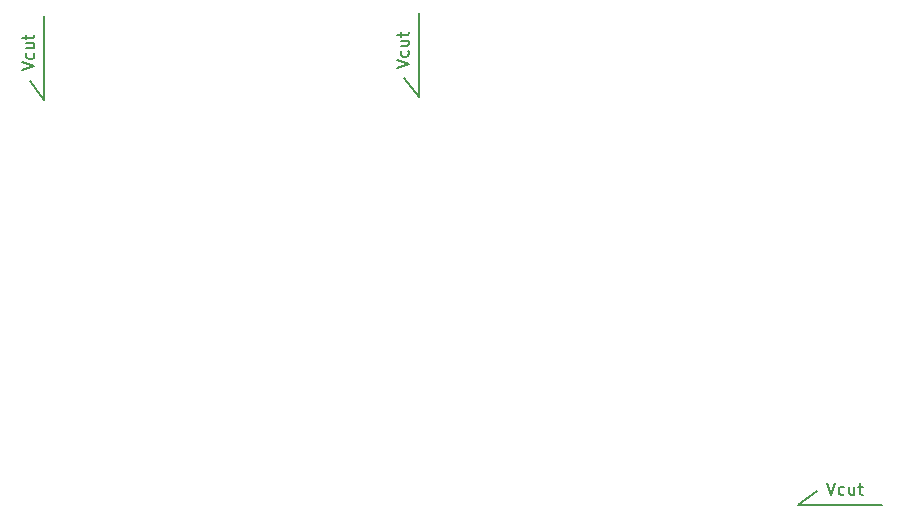
<source format=gbr>
%TF.GenerationSoftware,KiCad,Pcbnew,(5.1.9)-1*%
%TF.CreationDate,2022-04-09T22:54:09+08:00*%
%TF.ProjectId,DB15_Switch_panelize,44423135-5f53-4776-9974-63685f70616e,rev?*%
%TF.SameCoordinates,Original*%
%TF.FileFunction,Other,ECO2*%
%FSLAX46Y46*%
G04 Gerber Fmt 4.6, Leading zero omitted, Abs format (unit mm)*
G04 Created by KiCad (PCBNEW (5.1.9)-1) date 2022-04-09 22:54:09*
%MOMM*%
%LPD*%
G01*
G04 APERTURE LIST*
%ADD10C,0.150000*%
G04 APERTURE END LIST*
D10*
X132852380Y-48700000D02*
X133852380Y-48366666D01*
X132852380Y-48033333D01*
X133804761Y-47271428D02*
X133852380Y-47366666D01*
X133852380Y-47557142D01*
X133804761Y-47652380D01*
X133757142Y-47700000D01*
X133661904Y-47747619D01*
X133376190Y-47747619D01*
X133280952Y-47700000D01*
X133233333Y-47652380D01*
X133185714Y-47557142D01*
X133185714Y-47366666D01*
X133233333Y-47271428D01*
X133185714Y-46414285D02*
X133852380Y-46414285D01*
X133185714Y-46842857D02*
X133709523Y-46842857D01*
X133804761Y-46795238D01*
X133852380Y-46700000D01*
X133852380Y-46557142D01*
X133804761Y-46461904D01*
X133757142Y-46414285D01*
X133185714Y-46080952D02*
X133185714Y-45700000D01*
X132852380Y-45938095D02*
X133709523Y-45938095D01*
X133804761Y-45890476D01*
X133852380Y-45795238D01*
X133852380Y-45700000D01*
X134700000Y-51200000D02*
X133500000Y-49600000D01*
X134700000Y-51200000D02*
X134700000Y-44100000D01*
X164552380Y-48500000D02*
X165552380Y-48166666D01*
X164552380Y-47833333D01*
X165504761Y-47071428D02*
X165552380Y-47166666D01*
X165552380Y-47357142D01*
X165504761Y-47452380D01*
X165457142Y-47500000D01*
X165361904Y-47547619D01*
X165076190Y-47547619D01*
X164980952Y-47500000D01*
X164933333Y-47452380D01*
X164885714Y-47357142D01*
X164885714Y-47166666D01*
X164933333Y-47071428D01*
X164885714Y-46214285D02*
X165552380Y-46214285D01*
X164885714Y-46642857D02*
X165409523Y-46642857D01*
X165504761Y-46595238D01*
X165552380Y-46500000D01*
X165552380Y-46357142D01*
X165504761Y-46261904D01*
X165457142Y-46214285D01*
X164885714Y-45880952D02*
X164885714Y-45500000D01*
X164552380Y-45738095D02*
X165409523Y-45738095D01*
X165504761Y-45690476D01*
X165552380Y-45595238D01*
X165552380Y-45500000D01*
X166400000Y-51000000D02*
X165200000Y-49400000D01*
X166400000Y-51000000D02*
X166400000Y-43900000D01*
X201000000Y-83652380D02*
X201333333Y-84652380D01*
X201666666Y-83652380D01*
X202428571Y-84604761D02*
X202333333Y-84652380D01*
X202142857Y-84652380D01*
X202047619Y-84604761D01*
X202000000Y-84557142D01*
X201952380Y-84461904D01*
X201952380Y-84176190D01*
X202000000Y-84080952D01*
X202047619Y-84033333D01*
X202142857Y-83985714D01*
X202333333Y-83985714D01*
X202428571Y-84033333D01*
X203285714Y-83985714D02*
X203285714Y-84652380D01*
X202857142Y-83985714D02*
X202857142Y-84509523D01*
X202904761Y-84604761D01*
X203000000Y-84652380D01*
X203142857Y-84652380D01*
X203238095Y-84604761D01*
X203285714Y-84557142D01*
X203619047Y-83985714D02*
X204000000Y-83985714D01*
X203761904Y-83652380D02*
X203761904Y-84509523D01*
X203809523Y-84604761D01*
X203904761Y-84652380D01*
X204000000Y-84652380D01*
X198500000Y-85500000D02*
X200100000Y-84300000D01*
X198500000Y-85500000D02*
X205600000Y-85500000D01*
M02*

</source>
